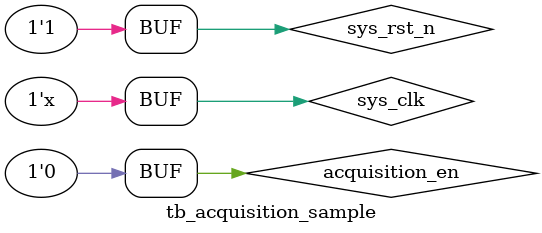
<source format=v>
`timescale 1ns / 1ps


module tb_acquisition_sample ();
  // parameter define
  parameter CLK_PERIOD = 20;

  // reg define
  reg        sys_clk;
  reg        sys_rst_n;
  reg  [7:0] ad_data;
  reg        acquisition_en;

  // wire define
  wire       clk_50m;  // 50MHz clock
  wire       clk_25m;  // 25MHz clock
  wire       locked;  // pll lock signal
  wire       rst_n;  // reset signal, active low

  // initial block
  initial begin
    sys_clk = 1'b0;
    sys_rst_n = 1'b0;
    acquisition_en = 1'b0;
    #200 sys_rst_n = 1'b1;
    #10000 acquisition_en = 1'b1;
    #100 acquisition_en = 1'b0;
  end

  // main code

  assign rst_n = sys_rst_n & locked; // generate a new reset signal from system reset and pll lock signal

  // clock gen
  always #(CLK_PERIOD / 2) sys_clk = ~sys_clk;  // 50MHz

  // ad simulation
  always @(posedge clk_25m or negedge rst_n) begin
    if (!rst_n) begin
      ad_data <= 8'd0;
    end else begin
      ad_data <= ad_data + 1'b1;
    end
  end

  // pll
  clk_wiz_0 clk_wiz_tb_au (
      .clk_50m     (clk_50m),  // 50MHz clock
      .clk_25m     (clk_25m),  // 25MHz clock
      .clk_25m_120d(),         // 25MHz clock 120 degree phase shift
      .locked      (locked),   // pll lock signal
      .clk_in1     (sys_clk)   // input clock
  );

  acquisition_sample acquisition_sample_0 (
      .clk_50m                (clk_50m),
      .clk_25m                (clk_25m),
      .sys_rst_n              (rst_n),
      .acquisition_en         (acquisition_en),
      .ad_data                (ad_data),
      .fifo_en_flag           (),
      .acquisition_data       (),
      .trigger_threshold      (8'd128),
      .trigger_is_rising_slope(1'b1),
      .trigger_position       (3'd0),
      .acquisition_pulse_sel  (4'd4)
  );
endmodule

</source>
